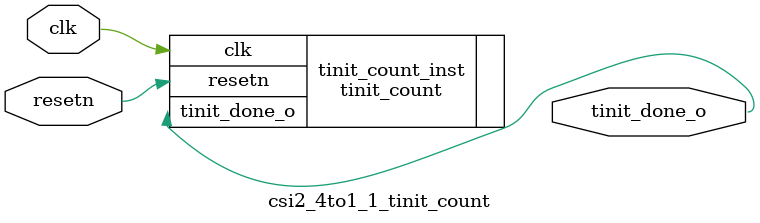
<source format=v>

module csi2_4to1_1_tinit_count (
  input wire    clk	,
  input wire    resetn	,
  output wire   tinit_done_o
);

tinit_count #(
  .TINIT_VALUE  (500)
)
tinit_count_inst(
  .clk          (clk),
  .resetn       (resetn),
  .tinit_done_o (tinit_done_o)
);

endmodule


</source>
